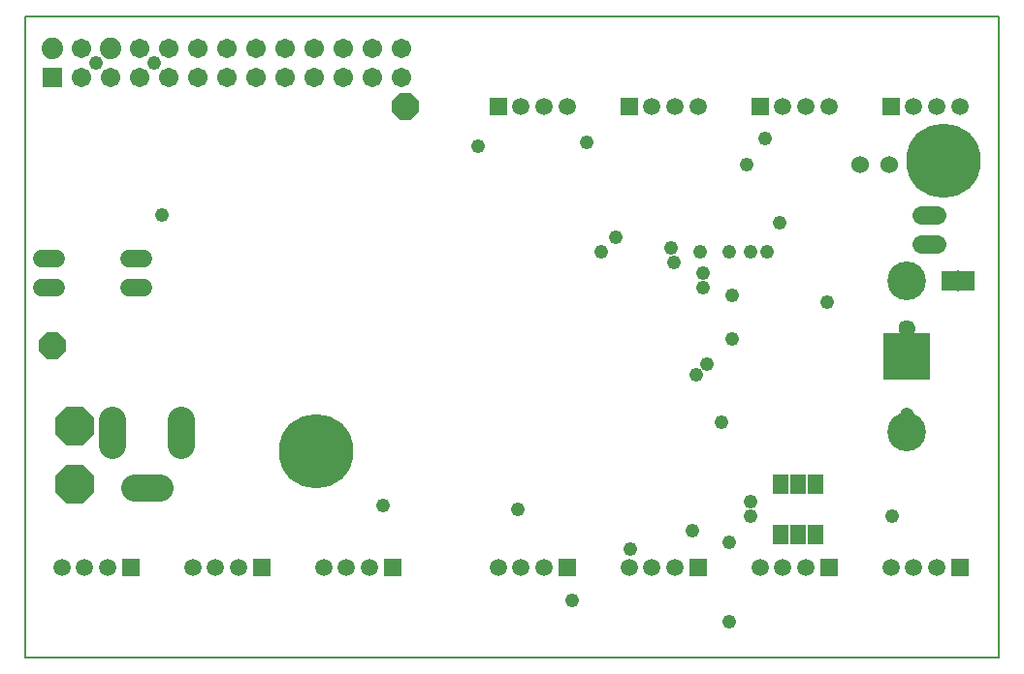
<source format=gbs>
G75*
%MOIN*%
%OFA0B0*%
%FSLAX25Y25*%
%IPPOS*%
%LPD*%
%AMOC8*
5,1,8,0,0,1.08239X$1,22.5*
%
%ADD10C,0.00500*%
%ADD11R,0.06737X0.06737*%
%ADD12C,0.07400*%
%ADD13C,0.06737*%
%ADD14C,0.00000*%
%ADD15C,0.12611*%
%ADD16C,0.06000*%
%ADD17R,0.16400X0.16400*%
%ADD18C,0.13300*%
%ADD19C,0.09400*%
%ADD20C,0.06000*%
%ADD21R,0.05950X0.05950*%
%ADD22C,0.05950*%
%ADD23OC8,0.09300*%
%ADD24OC8,0.13300*%
%ADD25R,0.05400X0.07100*%
%ADD26R,0.00600X0.07200*%
%ADD27C,0.06400*%
%ADD28C,0.04737*%
%ADD29C,0.05721*%
%ADD30C,0.04762*%
%ADD31C,0.25603*%
%ADD32C,0.04800*%
D10*
X0001571Y0004010D02*
X0001571Y0224482D01*
X0336217Y0224482D01*
X0336217Y0004010D01*
X0001571Y0004010D01*
D11*
X0011020Y0203715D03*
D12*
X0011020Y0213715D03*
X0031020Y0213715D03*
D13*
X0041020Y0213715D03*
X0051020Y0213715D03*
X0061020Y0213715D03*
X0071020Y0213715D03*
X0081020Y0213715D03*
X0091020Y0213715D03*
X0101020Y0213715D03*
X0111020Y0213715D03*
X0121020Y0213715D03*
X0131020Y0213715D03*
X0131020Y0203715D03*
X0121020Y0203715D03*
X0111020Y0203715D03*
X0101020Y0203715D03*
X0091020Y0203715D03*
X0081020Y0203715D03*
X0071020Y0203715D03*
X0061020Y0203715D03*
X0051020Y0203715D03*
X0041020Y0203715D03*
X0031020Y0203715D03*
X0021020Y0203715D03*
X0021020Y0213715D03*
D14*
X0095739Y0074965D02*
X0095741Y0075118D01*
X0095747Y0075272D01*
X0095757Y0075425D01*
X0095771Y0075577D01*
X0095789Y0075730D01*
X0095811Y0075881D01*
X0095836Y0076032D01*
X0095866Y0076183D01*
X0095900Y0076333D01*
X0095937Y0076481D01*
X0095978Y0076629D01*
X0096023Y0076775D01*
X0096072Y0076921D01*
X0096125Y0077065D01*
X0096181Y0077207D01*
X0096241Y0077348D01*
X0096305Y0077488D01*
X0096372Y0077626D01*
X0096443Y0077762D01*
X0096518Y0077896D01*
X0096595Y0078028D01*
X0096677Y0078158D01*
X0096761Y0078286D01*
X0096849Y0078412D01*
X0096940Y0078535D01*
X0097034Y0078656D01*
X0097132Y0078774D01*
X0097232Y0078890D01*
X0097336Y0079003D01*
X0097442Y0079114D01*
X0097551Y0079222D01*
X0097663Y0079327D01*
X0097777Y0079428D01*
X0097895Y0079527D01*
X0098014Y0079623D01*
X0098136Y0079716D01*
X0098261Y0079805D01*
X0098388Y0079892D01*
X0098517Y0079974D01*
X0098648Y0080054D01*
X0098781Y0080130D01*
X0098916Y0080203D01*
X0099053Y0080272D01*
X0099192Y0080337D01*
X0099332Y0080399D01*
X0099474Y0080457D01*
X0099617Y0080512D01*
X0099762Y0080563D01*
X0099908Y0080610D01*
X0100055Y0080653D01*
X0100203Y0080692D01*
X0100352Y0080728D01*
X0100502Y0080759D01*
X0100653Y0080787D01*
X0100804Y0080811D01*
X0100957Y0080831D01*
X0101109Y0080847D01*
X0101262Y0080859D01*
X0101415Y0080867D01*
X0101568Y0080871D01*
X0101722Y0080871D01*
X0101875Y0080867D01*
X0102028Y0080859D01*
X0102181Y0080847D01*
X0102333Y0080831D01*
X0102486Y0080811D01*
X0102637Y0080787D01*
X0102788Y0080759D01*
X0102938Y0080728D01*
X0103087Y0080692D01*
X0103235Y0080653D01*
X0103382Y0080610D01*
X0103528Y0080563D01*
X0103673Y0080512D01*
X0103816Y0080457D01*
X0103958Y0080399D01*
X0104098Y0080337D01*
X0104237Y0080272D01*
X0104374Y0080203D01*
X0104509Y0080130D01*
X0104642Y0080054D01*
X0104773Y0079974D01*
X0104902Y0079892D01*
X0105029Y0079805D01*
X0105154Y0079716D01*
X0105276Y0079623D01*
X0105395Y0079527D01*
X0105513Y0079428D01*
X0105627Y0079327D01*
X0105739Y0079222D01*
X0105848Y0079114D01*
X0105954Y0079003D01*
X0106058Y0078890D01*
X0106158Y0078774D01*
X0106256Y0078656D01*
X0106350Y0078535D01*
X0106441Y0078412D01*
X0106529Y0078286D01*
X0106613Y0078158D01*
X0106695Y0078028D01*
X0106772Y0077896D01*
X0106847Y0077762D01*
X0106918Y0077626D01*
X0106985Y0077488D01*
X0107049Y0077348D01*
X0107109Y0077207D01*
X0107165Y0077065D01*
X0107218Y0076921D01*
X0107267Y0076775D01*
X0107312Y0076629D01*
X0107353Y0076481D01*
X0107390Y0076333D01*
X0107424Y0076183D01*
X0107454Y0076032D01*
X0107479Y0075881D01*
X0107501Y0075730D01*
X0107519Y0075577D01*
X0107533Y0075425D01*
X0107543Y0075272D01*
X0107549Y0075118D01*
X0107551Y0074965D01*
X0107549Y0074812D01*
X0107543Y0074658D01*
X0107533Y0074505D01*
X0107519Y0074353D01*
X0107501Y0074200D01*
X0107479Y0074049D01*
X0107454Y0073898D01*
X0107424Y0073747D01*
X0107390Y0073597D01*
X0107353Y0073449D01*
X0107312Y0073301D01*
X0107267Y0073155D01*
X0107218Y0073009D01*
X0107165Y0072865D01*
X0107109Y0072723D01*
X0107049Y0072582D01*
X0106985Y0072442D01*
X0106918Y0072304D01*
X0106847Y0072168D01*
X0106772Y0072034D01*
X0106695Y0071902D01*
X0106613Y0071772D01*
X0106529Y0071644D01*
X0106441Y0071518D01*
X0106350Y0071395D01*
X0106256Y0071274D01*
X0106158Y0071156D01*
X0106058Y0071040D01*
X0105954Y0070927D01*
X0105848Y0070816D01*
X0105739Y0070708D01*
X0105627Y0070603D01*
X0105513Y0070502D01*
X0105395Y0070403D01*
X0105276Y0070307D01*
X0105154Y0070214D01*
X0105029Y0070125D01*
X0104902Y0070038D01*
X0104773Y0069956D01*
X0104642Y0069876D01*
X0104509Y0069800D01*
X0104374Y0069727D01*
X0104237Y0069658D01*
X0104098Y0069593D01*
X0103958Y0069531D01*
X0103816Y0069473D01*
X0103673Y0069418D01*
X0103528Y0069367D01*
X0103382Y0069320D01*
X0103235Y0069277D01*
X0103087Y0069238D01*
X0102938Y0069202D01*
X0102788Y0069171D01*
X0102637Y0069143D01*
X0102486Y0069119D01*
X0102333Y0069099D01*
X0102181Y0069083D01*
X0102028Y0069071D01*
X0101875Y0069063D01*
X0101722Y0069059D01*
X0101568Y0069059D01*
X0101415Y0069063D01*
X0101262Y0069071D01*
X0101109Y0069083D01*
X0100957Y0069099D01*
X0100804Y0069119D01*
X0100653Y0069143D01*
X0100502Y0069171D01*
X0100352Y0069202D01*
X0100203Y0069238D01*
X0100055Y0069277D01*
X0099908Y0069320D01*
X0099762Y0069367D01*
X0099617Y0069418D01*
X0099474Y0069473D01*
X0099332Y0069531D01*
X0099192Y0069593D01*
X0099053Y0069658D01*
X0098916Y0069727D01*
X0098781Y0069800D01*
X0098648Y0069876D01*
X0098517Y0069956D01*
X0098388Y0070038D01*
X0098261Y0070125D01*
X0098136Y0070214D01*
X0098014Y0070307D01*
X0097895Y0070403D01*
X0097777Y0070502D01*
X0097663Y0070603D01*
X0097551Y0070708D01*
X0097442Y0070816D01*
X0097336Y0070927D01*
X0097232Y0071040D01*
X0097132Y0071156D01*
X0097034Y0071274D01*
X0096940Y0071395D01*
X0096849Y0071518D01*
X0096761Y0071644D01*
X0096677Y0071772D01*
X0096595Y0071902D01*
X0096518Y0072034D01*
X0096443Y0072168D01*
X0096372Y0072304D01*
X0096305Y0072442D01*
X0096241Y0072582D01*
X0096181Y0072723D01*
X0096125Y0072865D01*
X0096072Y0073009D01*
X0096023Y0073155D01*
X0095978Y0073301D01*
X0095937Y0073449D01*
X0095900Y0073597D01*
X0095866Y0073747D01*
X0095836Y0073898D01*
X0095811Y0074049D01*
X0095789Y0074200D01*
X0095771Y0074353D01*
X0095757Y0074505D01*
X0095747Y0074658D01*
X0095741Y0074812D01*
X0095739Y0074965D01*
X0302801Y0087701D02*
X0302803Y0087789D01*
X0302809Y0087877D01*
X0302819Y0087965D01*
X0302833Y0088053D01*
X0302850Y0088139D01*
X0302872Y0088225D01*
X0302897Y0088309D01*
X0302927Y0088393D01*
X0302959Y0088475D01*
X0302996Y0088555D01*
X0303036Y0088634D01*
X0303080Y0088711D01*
X0303127Y0088786D01*
X0303177Y0088858D01*
X0303231Y0088929D01*
X0303287Y0088996D01*
X0303347Y0089062D01*
X0303409Y0089124D01*
X0303475Y0089184D01*
X0303542Y0089240D01*
X0303613Y0089294D01*
X0303685Y0089344D01*
X0303760Y0089391D01*
X0303837Y0089435D01*
X0303916Y0089475D01*
X0303996Y0089512D01*
X0304078Y0089544D01*
X0304162Y0089574D01*
X0304246Y0089599D01*
X0304332Y0089621D01*
X0304418Y0089638D01*
X0304506Y0089652D01*
X0304594Y0089662D01*
X0304682Y0089668D01*
X0304770Y0089670D01*
X0304858Y0089668D01*
X0304946Y0089662D01*
X0305034Y0089652D01*
X0305122Y0089638D01*
X0305208Y0089621D01*
X0305294Y0089599D01*
X0305378Y0089574D01*
X0305462Y0089544D01*
X0305544Y0089512D01*
X0305624Y0089475D01*
X0305703Y0089435D01*
X0305780Y0089391D01*
X0305855Y0089344D01*
X0305927Y0089294D01*
X0305998Y0089240D01*
X0306065Y0089184D01*
X0306131Y0089124D01*
X0306193Y0089062D01*
X0306253Y0088996D01*
X0306309Y0088929D01*
X0306363Y0088858D01*
X0306413Y0088786D01*
X0306460Y0088711D01*
X0306504Y0088634D01*
X0306544Y0088555D01*
X0306581Y0088475D01*
X0306613Y0088393D01*
X0306643Y0088309D01*
X0306668Y0088225D01*
X0306690Y0088139D01*
X0306707Y0088053D01*
X0306721Y0087965D01*
X0306731Y0087877D01*
X0306737Y0087789D01*
X0306739Y0087701D01*
X0306737Y0087613D01*
X0306731Y0087525D01*
X0306721Y0087437D01*
X0306707Y0087349D01*
X0306690Y0087263D01*
X0306668Y0087177D01*
X0306643Y0087093D01*
X0306613Y0087009D01*
X0306581Y0086927D01*
X0306544Y0086847D01*
X0306504Y0086768D01*
X0306460Y0086691D01*
X0306413Y0086616D01*
X0306363Y0086544D01*
X0306309Y0086473D01*
X0306253Y0086406D01*
X0306193Y0086340D01*
X0306131Y0086278D01*
X0306065Y0086218D01*
X0305998Y0086162D01*
X0305927Y0086108D01*
X0305855Y0086058D01*
X0305780Y0086011D01*
X0305703Y0085967D01*
X0305624Y0085927D01*
X0305544Y0085890D01*
X0305462Y0085858D01*
X0305378Y0085828D01*
X0305294Y0085803D01*
X0305208Y0085781D01*
X0305122Y0085764D01*
X0305034Y0085750D01*
X0304946Y0085740D01*
X0304858Y0085734D01*
X0304770Y0085732D01*
X0304682Y0085734D01*
X0304594Y0085740D01*
X0304506Y0085750D01*
X0304418Y0085764D01*
X0304332Y0085781D01*
X0304246Y0085803D01*
X0304162Y0085828D01*
X0304078Y0085858D01*
X0303996Y0085890D01*
X0303916Y0085927D01*
X0303837Y0085967D01*
X0303760Y0086011D01*
X0303685Y0086058D01*
X0303613Y0086108D01*
X0303542Y0086162D01*
X0303475Y0086218D01*
X0303409Y0086278D01*
X0303347Y0086340D01*
X0303287Y0086406D01*
X0303231Y0086473D01*
X0303177Y0086544D01*
X0303127Y0086616D01*
X0303080Y0086691D01*
X0303036Y0086768D01*
X0302996Y0086847D01*
X0302959Y0086927D01*
X0302927Y0087009D01*
X0302897Y0087093D01*
X0302872Y0087177D01*
X0302850Y0087263D01*
X0302833Y0087349D01*
X0302819Y0087437D01*
X0302809Y0087525D01*
X0302803Y0087613D01*
X0302801Y0087701D01*
X0302309Y0117228D02*
X0302311Y0117327D01*
X0302317Y0117426D01*
X0302327Y0117525D01*
X0302341Y0117623D01*
X0302359Y0117720D01*
X0302381Y0117817D01*
X0302406Y0117913D01*
X0302436Y0118007D01*
X0302469Y0118101D01*
X0302506Y0118193D01*
X0302547Y0118283D01*
X0302591Y0118372D01*
X0302639Y0118458D01*
X0302690Y0118543D01*
X0302745Y0118626D01*
X0302803Y0118706D01*
X0302864Y0118784D01*
X0302928Y0118860D01*
X0302995Y0118933D01*
X0303065Y0119003D01*
X0303138Y0119070D01*
X0303214Y0119134D01*
X0303292Y0119195D01*
X0303372Y0119253D01*
X0303455Y0119308D01*
X0303539Y0119359D01*
X0303626Y0119407D01*
X0303715Y0119451D01*
X0303805Y0119492D01*
X0303897Y0119529D01*
X0303991Y0119562D01*
X0304085Y0119592D01*
X0304181Y0119617D01*
X0304278Y0119639D01*
X0304375Y0119657D01*
X0304473Y0119671D01*
X0304572Y0119681D01*
X0304671Y0119687D01*
X0304770Y0119689D01*
X0304869Y0119687D01*
X0304968Y0119681D01*
X0305067Y0119671D01*
X0305165Y0119657D01*
X0305262Y0119639D01*
X0305359Y0119617D01*
X0305455Y0119592D01*
X0305549Y0119562D01*
X0305643Y0119529D01*
X0305735Y0119492D01*
X0305825Y0119451D01*
X0305914Y0119407D01*
X0306000Y0119359D01*
X0306085Y0119308D01*
X0306168Y0119253D01*
X0306248Y0119195D01*
X0306326Y0119134D01*
X0306402Y0119070D01*
X0306475Y0119003D01*
X0306545Y0118933D01*
X0306612Y0118860D01*
X0306676Y0118784D01*
X0306737Y0118706D01*
X0306795Y0118626D01*
X0306850Y0118543D01*
X0306901Y0118459D01*
X0306949Y0118372D01*
X0306993Y0118283D01*
X0307034Y0118193D01*
X0307071Y0118101D01*
X0307104Y0118007D01*
X0307134Y0117913D01*
X0307159Y0117817D01*
X0307181Y0117720D01*
X0307199Y0117623D01*
X0307213Y0117525D01*
X0307223Y0117426D01*
X0307229Y0117327D01*
X0307231Y0117228D01*
X0307229Y0117129D01*
X0307223Y0117030D01*
X0307213Y0116931D01*
X0307199Y0116833D01*
X0307181Y0116736D01*
X0307159Y0116639D01*
X0307134Y0116543D01*
X0307104Y0116449D01*
X0307071Y0116355D01*
X0307034Y0116263D01*
X0306993Y0116173D01*
X0306949Y0116084D01*
X0306901Y0115998D01*
X0306850Y0115913D01*
X0306795Y0115830D01*
X0306737Y0115750D01*
X0306676Y0115672D01*
X0306612Y0115596D01*
X0306545Y0115523D01*
X0306475Y0115453D01*
X0306402Y0115386D01*
X0306326Y0115322D01*
X0306248Y0115261D01*
X0306168Y0115203D01*
X0306085Y0115148D01*
X0306001Y0115097D01*
X0305914Y0115049D01*
X0305825Y0115005D01*
X0305735Y0114964D01*
X0305643Y0114927D01*
X0305549Y0114894D01*
X0305455Y0114864D01*
X0305359Y0114839D01*
X0305262Y0114817D01*
X0305165Y0114799D01*
X0305067Y0114785D01*
X0304968Y0114775D01*
X0304869Y0114769D01*
X0304770Y0114767D01*
X0304671Y0114769D01*
X0304572Y0114775D01*
X0304473Y0114785D01*
X0304375Y0114799D01*
X0304278Y0114817D01*
X0304181Y0114839D01*
X0304085Y0114864D01*
X0303991Y0114894D01*
X0303897Y0114927D01*
X0303805Y0114964D01*
X0303715Y0115005D01*
X0303626Y0115049D01*
X0303540Y0115097D01*
X0303455Y0115148D01*
X0303372Y0115203D01*
X0303292Y0115261D01*
X0303214Y0115322D01*
X0303138Y0115386D01*
X0303065Y0115453D01*
X0302995Y0115523D01*
X0302928Y0115596D01*
X0302864Y0115672D01*
X0302803Y0115750D01*
X0302745Y0115830D01*
X0302690Y0115913D01*
X0302639Y0115997D01*
X0302591Y0116084D01*
X0302547Y0116173D01*
X0302506Y0116263D01*
X0302469Y0116355D01*
X0302436Y0116449D01*
X0302406Y0116543D01*
X0302381Y0116639D01*
X0302359Y0116736D01*
X0302341Y0116833D01*
X0302327Y0116931D01*
X0302317Y0117030D01*
X0302311Y0117129D01*
X0302309Y0117228D01*
X0311364Y0174965D02*
X0311366Y0175118D01*
X0311372Y0175272D01*
X0311382Y0175425D01*
X0311396Y0175577D01*
X0311414Y0175730D01*
X0311436Y0175881D01*
X0311461Y0176032D01*
X0311491Y0176183D01*
X0311525Y0176333D01*
X0311562Y0176481D01*
X0311603Y0176629D01*
X0311648Y0176775D01*
X0311697Y0176921D01*
X0311750Y0177065D01*
X0311806Y0177207D01*
X0311866Y0177348D01*
X0311930Y0177488D01*
X0311997Y0177626D01*
X0312068Y0177762D01*
X0312143Y0177896D01*
X0312220Y0178028D01*
X0312302Y0178158D01*
X0312386Y0178286D01*
X0312474Y0178412D01*
X0312565Y0178535D01*
X0312659Y0178656D01*
X0312757Y0178774D01*
X0312857Y0178890D01*
X0312961Y0179003D01*
X0313067Y0179114D01*
X0313176Y0179222D01*
X0313288Y0179327D01*
X0313402Y0179428D01*
X0313520Y0179527D01*
X0313639Y0179623D01*
X0313761Y0179716D01*
X0313886Y0179805D01*
X0314013Y0179892D01*
X0314142Y0179974D01*
X0314273Y0180054D01*
X0314406Y0180130D01*
X0314541Y0180203D01*
X0314678Y0180272D01*
X0314817Y0180337D01*
X0314957Y0180399D01*
X0315099Y0180457D01*
X0315242Y0180512D01*
X0315387Y0180563D01*
X0315533Y0180610D01*
X0315680Y0180653D01*
X0315828Y0180692D01*
X0315977Y0180728D01*
X0316127Y0180759D01*
X0316278Y0180787D01*
X0316429Y0180811D01*
X0316582Y0180831D01*
X0316734Y0180847D01*
X0316887Y0180859D01*
X0317040Y0180867D01*
X0317193Y0180871D01*
X0317347Y0180871D01*
X0317500Y0180867D01*
X0317653Y0180859D01*
X0317806Y0180847D01*
X0317958Y0180831D01*
X0318111Y0180811D01*
X0318262Y0180787D01*
X0318413Y0180759D01*
X0318563Y0180728D01*
X0318712Y0180692D01*
X0318860Y0180653D01*
X0319007Y0180610D01*
X0319153Y0180563D01*
X0319298Y0180512D01*
X0319441Y0180457D01*
X0319583Y0180399D01*
X0319723Y0180337D01*
X0319862Y0180272D01*
X0319999Y0180203D01*
X0320134Y0180130D01*
X0320267Y0180054D01*
X0320398Y0179974D01*
X0320527Y0179892D01*
X0320654Y0179805D01*
X0320779Y0179716D01*
X0320901Y0179623D01*
X0321020Y0179527D01*
X0321138Y0179428D01*
X0321252Y0179327D01*
X0321364Y0179222D01*
X0321473Y0179114D01*
X0321579Y0179003D01*
X0321683Y0178890D01*
X0321783Y0178774D01*
X0321881Y0178656D01*
X0321975Y0178535D01*
X0322066Y0178412D01*
X0322154Y0178286D01*
X0322238Y0178158D01*
X0322320Y0178028D01*
X0322397Y0177896D01*
X0322472Y0177762D01*
X0322543Y0177626D01*
X0322610Y0177488D01*
X0322674Y0177348D01*
X0322734Y0177207D01*
X0322790Y0177065D01*
X0322843Y0176921D01*
X0322892Y0176775D01*
X0322937Y0176629D01*
X0322978Y0176481D01*
X0323015Y0176333D01*
X0323049Y0176183D01*
X0323079Y0176032D01*
X0323104Y0175881D01*
X0323126Y0175730D01*
X0323144Y0175577D01*
X0323158Y0175425D01*
X0323168Y0175272D01*
X0323174Y0175118D01*
X0323176Y0174965D01*
X0323174Y0174812D01*
X0323168Y0174658D01*
X0323158Y0174505D01*
X0323144Y0174353D01*
X0323126Y0174200D01*
X0323104Y0174049D01*
X0323079Y0173898D01*
X0323049Y0173747D01*
X0323015Y0173597D01*
X0322978Y0173449D01*
X0322937Y0173301D01*
X0322892Y0173155D01*
X0322843Y0173009D01*
X0322790Y0172865D01*
X0322734Y0172723D01*
X0322674Y0172582D01*
X0322610Y0172442D01*
X0322543Y0172304D01*
X0322472Y0172168D01*
X0322397Y0172034D01*
X0322320Y0171902D01*
X0322238Y0171772D01*
X0322154Y0171644D01*
X0322066Y0171518D01*
X0321975Y0171395D01*
X0321881Y0171274D01*
X0321783Y0171156D01*
X0321683Y0171040D01*
X0321579Y0170927D01*
X0321473Y0170816D01*
X0321364Y0170708D01*
X0321252Y0170603D01*
X0321138Y0170502D01*
X0321020Y0170403D01*
X0320901Y0170307D01*
X0320779Y0170214D01*
X0320654Y0170125D01*
X0320527Y0170038D01*
X0320398Y0169956D01*
X0320267Y0169876D01*
X0320134Y0169800D01*
X0319999Y0169727D01*
X0319862Y0169658D01*
X0319723Y0169593D01*
X0319583Y0169531D01*
X0319441Y0169473D01*
X0319298Y0169418D01*
X0319153Y0169367D01*
X0319007Y0169320D01*
X0318860Y0169277D01*
X0318712Y0169238D01*
X0318563Y0169202D01*
X0318413Y0169171D01*
X0318262Y0169143D01*
X0318111Y0169119D01*
X0317958Y0169099D01*
X0317806Y0169083D01*
X0317653Y0169071D01*
X0317500Y0169063D01*
X0317347Y0169059D01*
X0317193Y0169059D01*
X0317040Y0169063D01*
X0316887Y0169071D01*
X0316734Y0169083D01*
X0316582Y0169099D01*
X0316429Y0169119D01*
X0316278Y0169143D01*
X0316127Y0169171D01*
X0315977Y0169202D01*
X0315828Y0169238D01*
X0315680Y0169277D01*
X0315533Y0169320D01*
X0315387Y0169367D01*
X0315242Y0169418D01*
X0315099Y0169473D01*
X0314957Y0169531D01*
X0314817Y0169593D01*
X0314678Y0169658D01*
X0314541Y0169727D01*
X0314406Y0169800D01*
X0314273Y0169876D01*
X0314142Y0169956D01*
X0314013Y0170038D01*
X0313886Y0170125D01*
X0313761Y0170214D01*
X0313639Y0170307D01*
X0313520Y0170403D01*
X0313402Y0170502D01*
X0313288Y0170603D01*
X0313176Y0170708D01*
X0313067Y0170816D01*
X0312961Y0170927D01*
X0312857Y0171040D01*
X0312757Y0171156D01*
X0312659Y0171274D01*
X0312565Y0171395D01*
X0312474Y0171518D01*
X0312386Y0171644D01*
X0312302Y0171772D01*
X0312220Y0171902D01*
X0312143Y0172034D01*
X0312068Y0172168D01*
X0311997Y0172304D01*
X0311930Y0172442D01*
X0311866Y0172582D01*
X0311806Y0172723D01*
X0311750Y0172865D01*
X0311697Y0173009D01*
X0311648Y0173155D01*
X0311603Y0173301D01*
X0311562Y0173449D01*
X0311525Y0173597D01*
X0311491Y0173747D01*
X0311461Y0173898D01*
X0311436Y0174049D01*
X0311414Y0174200D01*
X0311396Y0174353D01*
X0311382Y0174505D01*
X0311372Y0174658D01*
X0311366Y0174812D01*
X0311364Y0174965D01*
D15*
X0317270Y0174965D03*
X0101645Y0074965D03*
D16*
X0288520Y0173715D03*
X0298520Y0173715D03*
D17*
X0304770Y0107465D03*
D18*
X0304770Y0081465D03*
X0304770Y0133465D03*
D19*
X0055331Y0085515D02*
X0055331Y0076915D01*
X0047820Y0062317D02*
X0039220Y0062317D01*
X0031709Y0076915D02*
X0031709Y0085515D01*
D20*
X0037170Y0131215D02*
X0042370Y0131215D01*
X0042370Y0141215D02*
X0037170Y0141215D01*
X0012370Y0141215D02*
X0007170Y0141215D01*
X0007170Y0131215D02*
X0012370Y0131215D01*
D21*
X0037831Y0034965D03*
X0082831Y0034965D03*
X0127831Y0034965D03*
X0187831Y0034965D03*
X0232831Y0034965D03*
X0277831Y0034965D03*
X0322831Y0034965D03*
X0299209Y0193715D03*
X0254209Y0193715D03*
X0209209Y0193715D03*
X0164209Y0193715D03*
D22*
X0172083Y0193715D03*
X0179957Y0193715D03*
X0187831Y0193715D03*
X0217083Y0193715D03*
X0224957Y0193715D03*
X0232831Y0193715D03*
X0262083Y0193715D03*
X0269957Y0193715D03*
X0277831Y0193715D03*
X0307083Y0193715D03*
X0314957Y0193715D03*
X0322831Y0193715D03*
X0314957Y0034965D03*
X0307083Y0034965D03*
X0299209Y0034965D03*
X0269957Y0034965D03*
X0262083Y0034965D03*
X0254209Y0034965D03*
X0224957Y0034965D03*
X0217083Y0034965D03*
X0209209Y0034965D03*
X0179957Y0034965D03*
X0172083Y0034965D03*
X0164209Y0034965D03*
X0119957Y0034965D03*
X0112083Y0034965D03*
X0104209Y0034965D03*
X0074957Y0034965D03*
X0067083Y0034965D03*
X0059209Y0034965D03*
X0029957Y0034965D03*
X0022083Y0034965D03*
X0014209Y0034965D03*
D23*
X0011020Y0111215D03*
X0132270Y0193715D03*
D24*
X0018520Y0083715D03*
X0018520Y0063715D03*
D25*
X0261270Y0063715D03*
X0267270Y0063715D03*
X0273270Y0063715D03*
X0273270Y0046215D03*
X0267270Y0046215D03*
X0261270Y0046215D03*
X0319270Y0133715D03*
X0325270Y0133715D03*
D26*
X0322270Y0133715D03*
D27*
X0315070Y0146215D02*
X0309470Y0146215D01*
X0309470Y0156215D02*
X0315070Y0156215D01*
D28*
X0304770Y0087701D03*
D29*
X0304770Y0117228D03*
D30*
X0261020Y0153715D03*
X0233520Y0143715D03*
X0234770Y0136215D03*
X0234770Y0131215D03*
X0224770Y0139965D03*
X0204770Y0148715D03*
X0199770Y0143715D03*
X0157270Y0179965D03*
X0194770Y0181215D03*
X0256020Y0182465D03*
X0236020Y0104965D03*
X0232270Y0101215D03*
X0171020Y0054965D03*
X0209770Y0041215D03*
X0231020Y0047465D03*
X0243520Y0043715D03*
X0243520Y0016215D03*
X0189770Y0023715D03*
X0124770Y0056215D03*
X0048520Y0156215D03*
X0046020Y0208715D03*
X0026020Y0208715D03*
X0299770Y0052465D03*
D31*
X0317270Y0174965D03*
X0101645Y0074965D03*
D32*
X0223520Y0144965D03*
X0243520Y0143715D03*
X0251020Y0143715D03*
X0256645Y0143715D03*
X0244770Y0128715D03*
X0244770Y0113715D03*
X0277270Y0126215D03*
X0241020Y0084965D03*
X0251020Y0057465D03*
X0251020Y0052465D03*
X0249770Y0173715D03*
M02*

</source>
